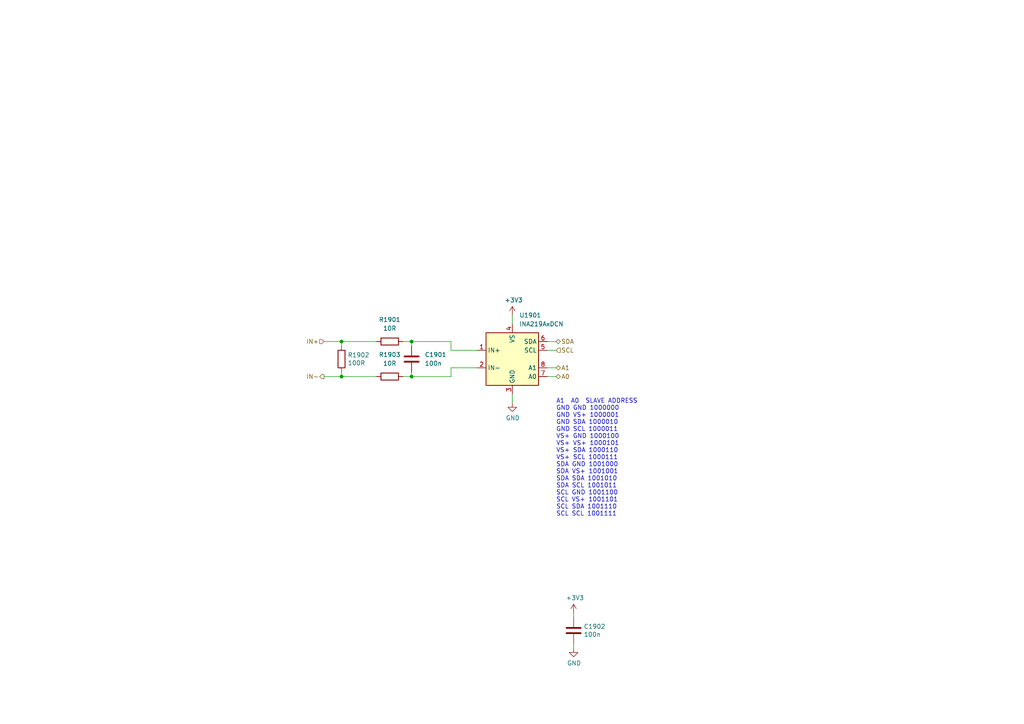
<source format=kicad_sch>
(kicad_sch (version 20211123) (generator eeschema)

  (uuid 76022fe6-5b24-47ba-aa44-d3f32e906027)

  (paper "A4")

  (lib_symbols
    (symbol "Analog_ADC:INA219AxDCN" (in_bom yes) (on_board yes)
      (property "Reference" "U" (id 0) (at -6.35 8.89 0)
        (effects (font (size 1.27 1.27)))
      )
      (property "Value" "INA219AxDCN" (id 1) (at 6.35 8.89 0)
        (effects (font (size 1.27 1.27)))
      )
      (property "Footprint" "Package_TO_SOT_SMD:SOT-23-8" (id 2) (at 16.51 -8.89 0)
        (effects (font (size 1.27 1.27)) hide)
      )
      (property "Datasheet" "http://www.ti.com/lit/ds/symlink/ina219.pdf" (id 3) (at 8.89 -2.54 0)
        (effects (font (size 1.27 1.27)) hide)
      )
      (property "ki_keywords" "ADC I2C 16-Bit Oversampling Current Shunt" (id 4) (at 0 0 0)
        (effects (font (size 1.27 1.27)) hide)
      )
      (property "ki_description" "Zero-Drift, Bidirectional Current/Power Monitor (0-26V) With I2C Interface, SOT-23-8" (id 5) (at 0 0 0)
        (effects (font (size 1.27 1.27)) hide)
      )
      (property "ki_fp_filters" "SOT?23*" (id 6) (at 0 0 0)
        (effects (font (size 1.27 1.27)) hide)
      )
      (symbol "INA219AxDCN_0_1"
        (rectangle (start -7.62 7.62) (end 7.62 -7.62)
          (stroke (width 0.254) (type default) (color 0 0 0 0))
          (fill (type background))
        )
      )
      (symbol "INA219AxDCN_1_1"
        (pin input line (at -10.16 2.54 0) (length 2.54)
          (name "IN+" (effects (font (size 1.27 1.27))))
          (number "1" (effects (font (size 1.27 1.27))))
        )
        (pin input line (at -10.16 -2.54 0) (length 2.54)
          (name "IN-" (effects (font (size 1.27 1.27))))
          (number "2" (effects (font (size 1.27 1.27))))
        )
        (pin power_in line (at 0 -10.16 90) (length 2.54)
          (name "GND" (effects (font (size 1.27 1.27))))
          (number "3" (effects (font (size 1.27 1.27))))
        )
        (pin power_in line (at 0 10.16 270) (length 2.54)
          (name "VS" (effects (font (size 1.27 1.27))))
          (number "4" (effects (font (size 1.27 1.27))))
        )
        (pin input line (at 10.16 2.54 180) (length 2.54)
          (name "SCL" (effects (font (size 1.27 1.27))))
          (number "5" (effects (font (size 1.27 1.27))))
        )
        (pin bidirectional line (at 10.16 5.08 180) (length 2.54)
          (name "SDA" (effects (font (size 1.27 1.27))))
          (number "6" (effects (font (size 1.27 1.27))))
        )
        (pin input line (at 10.16 -5.08 180) (length 2.54)
          (name "A0" (effects (font (size 1.27 1.27))))
          (number "7" (effects (font (size 1.27 1.27))))
        )
        (pin input line (at 10.16 -2.54 180) (length 2.54)
          (name "A1" (effects (font (size 1.27 1.27))))
          (number "8" (effects (font (size 1.27 1.27))))
        )
      )
    )
    (symbol "Device:C" (pin_numbers hide) (pin_names (offset 0.254)) (in_bom yes) (on_board yes)
      (property "Reference" "C" (id 0) (at 0.635 2.54 0)
        (effects (font (size 1.27 1.27)) (justify left))
      )
      (property "Value" "C" (id 1) (at 0.635 -2.54 0)
        (effects (font (size 1.27 1.27)) (justify left))
      )
      (property "Footprint" "" (id 2) (at 0.9652 -3.81 0)
        (effects (font (size 1.27 1.27)) hide)
      )
      (property "Datasheet" "~" (id 3) (at 0 0 0)
        (effects (font (size 1.27 1.27)) hide)
      )
      (property "ki_keywords" "cap capacitor" (id 4) (at 0 0 0)
        (effects (font (size 1.27 1.27)) hide)
      )
      (property "ki_description" "Unpolarized capacitor" (id 5) (at 0 0 0)
        (effects (font (size 1.27 1.27)) hide)
      )
      (property "ki_fp_filters" "C_*" (id 6) (at 0 0 0)
        (effects (font (size 1.27 1.27)) hide)
      )
      (symbol "C_0_1"
        (polyline
          (pts
            (xy -2.032 -0.762)
            (xy 2.032 -0.762)
          )
          (stroke (width 0.508) (type default) (color 0 0 0 0))
          (fill (type none))
        )
        (polyline
          (pts
            (xy -2.032 0.762)
            (xy 2.032 0.762)
          )
          (stroke (width 0.508) (type default) (color 0 0 0 0))
          (fill (type none))
        )
      )
      (symbol "C_1_1"
        (pin passive line (at 0 3.81 270) (length 2.794)
          (name "~" (effects (font (size 1.27 1.27))))
          (number "1" (effects (font (size 1.27 1.27))))
        )
        (pin passive line (at 0 -3.81 90) (length 2.794)
          (name "~" (effects (font (size 1.27 1.27))))
          (number "2" (effects (font (size 1.27 1.27))))
        )
      )
    )
    (symbol "Device:R" (pin_numbers hide) (pin_names (offset 0)) (in_bom yes) (on_board yes)
      (property "Reference" "R" (id 0) (at 2.032 0 90)
        (effects (font (size 1.27 1.27)))
      )
      (property "Value" "R" (id 1) (at 0 0 90)
        (effects (font (size 1.27 1.27)))
      )
      (property "Footprint" "" (id 2) (at -1.778 0 90)
        (effects (font (size 1.27 1.27)) hide)
      )
      (property "Datasheet" "~" (id 3) (at 0 0 0)
        (effects (font (size 1.27 1.27)) hide)
      )
      (property "ki_keywords" "R res resistor" (id 4) (at 0 0 0)
        (effects (font (size 1.27 1.27)) hide)
      )
      (property "ki_description" "Resistor" (id 5) (at 0 0 0)
        (effects (font (size 1.27 1.27)) hide)
      )
      (property "ki_fp_filters" "R_*" (id 6) (at 0 0 0)
        (effects (font (size 1.27 1.27)) hide)
      )
      (symbol "R_0_1"
        (rectangle (start -1.016 -2.54) (end 1.016 2.54)
          (stroke (width 0.254) (type default) (color 0 0 0 0))
          (fill (type none))
        )
      )
      (symbol "R_1_1"
        (pin passive line (at 0 3.81 270) (length 1.27)
          (name "~" (effects (font (size 1.27 1.27))))
          (number "1" (effects (font (size 1.27 1.27))))
        )
        (pin passive line (at 0 -3.81 90) (length 1.27)
          (name "~" (effects (font (size 1.27 1.27))))
          (number "2" (effects (font (size 1.27 1.27))))
        )
      )
    )
    (symbol "power:+3V3" (power) (pin_names (offset 0)) (in_bom yes) (on_board yes)
      (property "Reference" "#PWR" (id 0) (at 0 -3.81 0)
        (effects (font (size 1.27 1.27)) hide)
      )
      (property "Value" "+3V3" (id 1) (at 0 3.556 0)
        (effects (font (size 1.27 1.27)))
      )
      (property "Footprint" "" (id 2) (at 0 0 0)
        (effects (font (size 1.27 1.27)) hide)
      )
      (property "Datasheet" "" (id 3) (at 0 0 0)
        (effects (font (size 1.27 1.27)) hide)
      )
      (property "ki_keywords" "power-flag" (id 4) (at 0 0 0)
        (effects (font (size 1.27 1.27)) hide)
      )
      (property "ki_description" "Power symbol creates a global label with name \"+3V3\"" (id 5) (at 0 0 0)
        (effects (font (size 1.27 1.27)) hide)
      )
      (symbol "+3V3_0_1"
        (polyline
          (pts
            (xy -0.762 1.27)
            (xy 0 2.54)
          )
          (stroke (width 0) (type default) (color 0 0 0 0))
          (fill (type none))
        )
        (polyline
          (pts
            (xy 0 0)
            (xy 0 2.54)
          )
          (stroke (width 0) (type default) (color 0 0 0 0))
          (fill (type none))
        )
        (polyline
          (pts
            (xy 0 2.54)
            (xy 0.762 1.27)
          )
          (stroke (width 0) (type default) (color 0 0 0 0))
          (fill (type none))
        )
      )
      (symbol "+3V3_1_1"
        (pin power_in line (at 0 0 90) (length 0) hide
          (name "+3V3" (effects (font (size 1.27 1.27))))
          (number "1" (effects (font (size 1.27 1.27))))
        )
      )
    )
    (symbol "power:GND" (power) (pin_names (offset 0)) (in_bom yes) (on_board yes)
      (property "Reference" "#PWR" (id 0) (at 0 -6.35 0)
        (effects (font (size 1.27 1.27)) hide)
      )
      (property "Value" "GND" (id 1) (at 0 -3.81 0)
        (effects (font (size 1.27 1.27)))
      )
      (property "Footprint" "" (id 2) (at 0 0 0)
        (effects (font (size 1.27 1.27)) hide)
      )
      (property "Datasheet" "" (id 3) (at 0 0 0)
        (effects (font (size 1.27 1.27)) hide)
      )
      (property "ki_keywords" "power-flag" (id 4) (at 0 0 0)
        (effects (font (size 1.27 1.27)) hide)
      )
      (property "ki_description" "Power symbol creates a global label with name \"GND\" , ground" (id 5) (at 0 0 0)
        (effects (font (size 1.27 1.27)) hide)
      )
      (symbol "GND_0_1"
        (polyline
          (pts
            (xy 0 0)
            (xy 0 -1.27)
            (xy 1.27 -1.27)
            (xy 0 -2.54)
            (xy -1.27 -1.27)
            (xy 0 -1.27)
          )
          (stroke (width 0) (type default) (color 0 0 0 0))
          (fill (type none))
        )
      )
      (symbol "GND_1_1"
        (pin power_in line (at 0 0 270) (length 0) hide
          (name "GND" (effects (font (size 1.27 1.27))))
          (number "1" (effects (font (size 1.27 1.27))))
        )
      )
    )
  )

  (junction (at 99.06 99.06) (diameter 0) (color 0 0 0 0)
    (uuid 104f677b-b988-41b7-98b2-1f47c2482d06)
  )
  (junction (at 119.38 109.22) (diameter 0) (color 0 0 0 0)
    (uuid 33cff093-c6b9-4942-8aeb-d569411d210d)
  )
  (junction (at 119.38 99.06) (diameter 0) (color 0 0 0 0)
    (uuid 39333faa-607a-4f15-9ec0-9a4c0573bd5e)
  )
  (junction (at 99.06 109.22) (diameter 0) (color 0 0 0 0)
    (uuid e0e8896b-b2a0-47bc-b564-1eb41af586b6)
  )

  (wire (pts (xy 148.59 91.44) (xy 148.59 93.98))
    (stroke (width 0) (type default) (color 0 0 0 0))
    (uuid 05212aa1-fe65-4533-ba91-b0acea707856)
  )
  (wire (pts (xy 119.38 109.22) (xy 119.38 107.95))
    (stroke (width 0) (type default) (color 0 0 0 0))
    (uuid 144e3e25-a38a-4cdd-8da8-fa8a43ec7fba)
  )
  (wire (pts (xy 99.06 109.22) (xy 99.06 107.95))
    (stroke (width 0) (type default) (color 0 0 0 0))
    (uuid 20ecb4bc-cfcb-41cb-a0b8-add451e03feb)
  )
  (wire (pts (xy 99.06 99.06) (xy 99.06 100.33))
    (stroke (width 0) (type default) (color 0 0 0 0))
    (uuid 2161c5ac-d11b-45fe-940a-6fab3d5e5539)
  )
  (wire (pts (xy 158.75 99.06) (xy 161.29 99.06))
    (stroke (width 0) (type default) (color 0 0 0 0))
    (uuid 2fec6942-98b4-41ba-9926-f3de15dd8567)
  )
  (wire (pts (xy 166.37 179.07) (xy 166.37 177.8))
    (stroke (width 0) (type default) (color 0 0 0 0))
    (uuid 3e41993e-0a13-40d0-8ff3-ae62cfb97e44)
  )
  (wire (pts (xy 158.75 106.68) (xy 161.29 106.68))
    (stroke (width 0) (type default) (color 0 0 0 0))
    (uuid 41b5f99f-8294-46ab-b5d4-45bdfdef07d1)
  )
  (wire (pts (xy 158.75 109.22) (xy 161.29 109.22))
    (stroke (width 0) (type default) (color 0 0 0 0))
    (uuid 59678f5b-0f05-4d08-8f75-6be110ec52cc)
  )
  (wire (pts (xy 99.06 99.06) (xy 93.98 99.06))
    (stroke (width 0) (type default) (color 0 0 0 0))
    (uuid 64013992-e38b-41f9-b83b-2f1da1f1d625)
  )
  (wire (pts (xy 109.22 109.22) (xy 99.06 109.22))
    (stroke (width 0) (type default) (color 0 0 0 0))
    (uuid 67bcbbb4-1e93-4698-ada5-387076d41b89)
  )
  (wire (pts (xy 158.75 101.6) (xy 161.29 101.6))
    (stroke (width 0) (type default) (color 0 0 0 0))
    (uuid 7630f83a-9033-4085-837c-470be1188da0)
  )
  (wire (pts (xy 130.81 109.22) (xy 119.38 109.22))
    (stroke (width 0) (type default) (color 0 0 0 0))
    (uuid 77fbbb1b-15cd-480a-abd0-5aa60622ad0b)
  )
  (wire (pts (xy 130.81 101.6) (xy 130.81 99.06))
    (stroke (width 0) (type default) (color 0 0 0 0))
    (uuid 7e1fd201-4f56-451d-b4ce-901dd6415cbd)
  )
  (wire (pts (xy 130.81 106.68) (xy 130.81 109.22))
    (stroke (width 0) (type default) (color 0 0 0 0))
    (uuid 94edb99b-2ea0-4b01-8584-ed1a66dc3d65)
  )
  (wire (pts (xy 116.84 99.06) (xy 119.38 99.06))
    (stroke (width 0) (type default) (color 0 0 0 0))
    (uuid 95ec14b3-587f-4f2a-8a03-de0c4781818b)
  )
  (wire (pts (xy 130.81 99.06) (xy 119.38 99.06))
    (stroke (width 0) (type default) (color 0 0 0 0))
    (uuid 9ab58f8b-216c-4ac9-84a2-7f023b2f6598)
  )
  (wire (pts (xy 93.98 109.22) (xy 99.06 109.22))
    (stroke (width 0) (type default) (color 0 0 0 0))
    (uuid a8132ae6-a482-4667-8f02-8cdcb6eb9265)
  )
  (wire (pts (xy 119.38 99.06) (xy 119.38 100.33))
    (stroke (width 0) (type default) (color 0 0 0 0))
    (uuid ab1aec6d-7a6e-4d4b-b0de-a2c0b76b6e89)
  )
  (wire (pts (xy 116.84 109.22) (xy 119.38 109.22))
    (stroke (width 0) (type default) (color 0 0 0 0))
    (uuid b5644e95-7e28-4319-9f2c-df0e790dcc82)
  )
  (wire (pts (xy 166.37 186.69) (xy 166.37 187.96))
    (stroke (width 0) (type default) (color 0 0 0 0))
    (uuid bf8949af-e2f7-4f09-983b-2a6678924e56)
  )
  (wire (pts (xy 109.22 99.06) (xy 99.06 99.06))
    (stroke (width 0) (type default) (color 0 0 0 0))
    (uuid c9c6ce10-5dd3-4f9d-9afa-1c66e085ee55)
  )
  (wire (pts (xy 148.59 114.3) (xy 148.59 116.84))
    (stroke (width 0) (type default) (color 0 0 0 0))
    (uuid cfae878b-e0b1-4cd0-addc-83c922d41723)
  )
  (wire (pts (xy 138.43 106.68) (xy 130.81 106.68))
    (stroke (width 0) (type default) (color 0 0 0 0))
    (uuid d97611bf-7c80-498d-9347-d2fd0f24c79d)
  )
  (wire (pts (xy 138.43 101.6) (xy 130.81 101.6))
    (stroke (width 0) (type default) (color 0 0 0 0))
    (uuid dd9b3686-0078-4341-ac59-345bfa3cf040)
  )

  (text "A1  A0  SLAVE ADDRESS\nGND GND 1000000\nGND VS+ 1000001\nGND SDA 1000010\nGND SCL 1000011\nVS+ GND 1000100\nVS+ VS+ 1000101\nVS+ SDA 1000110\nVS+ SCL 1000111\nSDA GND 1001000\nSDA VS+ 1001001\nSDA SDA 1001010\nSDA SCL 1001011\nSCL GND 1001100\nSCL VS+ 1001101\nSCL SDA 1001110\nSCL SCL 1001111"
    (at 161.29 149.86 0)
    (effects (font (size 1.27 1.27)) (justify left bottom))
    (uuid 7fe26a53-517c-4e3b-9932-9b4e68e3aba0)
  )

  (hierarchical_label "A1" (shape bidirectional) (at 161.29 106.68 0)
    (effects (font (size 1.27 1.27)) (justify left))
    (uuid 67317c72-d1c8-4250-9b1d-ed7eb73664b1)
  )
  (hierarchical_label "SDA" (shape bidirectional) (at 161.29 99.06 0)
    (effects (font (size 1.27 1.27)) (justify left))
    (uuid 86e15295-7010-4f37-9e9a-91938d7a302d)
  )
  (hierarchical_label "IN+" (shape input) (at 93.98 99.06 180)
    (effects (font (size 1.27 1.27)) (justify right))
    (uuid b67d5d30-4b08-4b4f-ba87-167ec58e9f0b)
  )
  (hierarchical_label "SCL" (shape input) (at 161.29 101.6 0)
    (effects (font (size 1.27 1.27)) (justify left))
    (uuid e23f9af7-2fd4-4398-90ab-9b98d41b5095)
  )
  (hierarchical_label "A0" (shape bidirectional) (at 161.29 109.22 0)
    (effects (font (size 1.27 1.27)) (justify left))
    (uuid e54edf9b-8226-4713-a437-2ea0923442be)
  )
  (hierarchical_label "IN-" (shape output) (at 93.98 109.22 180)
    (effects (font (size 1.27 1.27)) (justify right))
    (uuid ea2a0d49-d201-4fe9-9c6a-aaa08f35d5e4)
  )

  (symbol (lib_id "Device:R") (at 99.06 104.14 0) (unit 1)
    (in_bom yes) (on_board yes)
    (uuid 198405b2-3786-4041-b35a-64b62db48b91)
    (property "Reference" "R1902" (id 0) (at 100.838 102.9716 0)
      (effects (font (size 1.27 1.27)) (justify left))
    )
    (property "Value" "100R" (id 1) (at 100.838 105.283 0)
      (effects (font (size 1.27 1.27)) (justify left))
    )
    (property "Footprint" "Resistor_SMD:R_2512_6332Metric" (id 2) (at 97.282 104.14 90)
      (effects (font (size 1.27 1.27)) hide)
    )
    (property "Datasheet" "~" (id 3) (at 99.06 104.14 0)
      (effects (font (size 1.27 1.27)) hide)
    )
    (pin "1" (uuid 59df60ac-1d15-45de-b353-e6ea65be44e3))
    (pin "2" (uuid 5111428a-7947-4644-8302-b08cbb703ba9))
  )

  (symbol (lib_id "power:+3V3") (at 166.37 177.8 0) (unit 1)
    (in_bom yes) (on_board yes)
    (uuid 896f2a36-e404-4139-8a51-4bc954009f92)
    (property "Reference" "#PWR01903" (id 0) (at 166.37 181.61 0)
      (effects (font (size 1.27 1.27)) hide)
    )
    (property "Value" "+3V3" (id 1) (at 166.751 173.4058 0))
    (property "Footprint" "" (id 2) (at 166.37 177.8 0)
      (effects (font (size 1.27 1.27)) hide)
    )
    (property "Datasheet" "" (id 3) (at 166.37 177.8 0)
      (effects (font (size 1.27 1.27)) hide)
    )
    (pin "1" (uuid 839cfc4a-7070-4ff9-9ded-813d0dae56c8))
  )

  (symbol (lib_id "power:GND") (at 166.37 187.96 0) (unit 1)
    (in_bom yes) (on_board yes)
    (uuid 9363768e-83ec-430d-8ec5-5edc47461327)
    (property "Reference" "#PWR01904" (id 0) (at 166.37 194.31 0)
      (effects (font (size 1.27 1.27)) hide)
    )
    (property "Value" "GND" (id 1) (at 166.497 192.3542 0))
    (property "Footprint" "" (id 2) (at 166.37 187.96 0)
      (effects (font (size 1.27 1.27)) hide)
    )
    (property "Datasheet" "" (id 3) (at 166.37 187.96 0)
      (effects (font (size 1.27 1.27)) hide)
    )
    (pin "1" (uuid 3360a987-af2e-4b38-a91c-2c054aebb203))
  )

  (symbol (lib_id "power:GND") (at 148.59 116.84 0) (unit 1)
    (in_bom yes) (on_board yes)
    (uuid a1e6746d-5d93-46e9-9a08-54debc3b3537)
    (property "Reference" "#PWR01902" (id 0) (at 148.59 123.19 0)
      (effects (font (size 1.27 1.27)) hide)
    )
    (property "Value" "GND" (id 1) (at 148.717 121.2342 0))
    (property "Footprint" "" (id 2) (at 148.59 116.84 0)
      (effects (font (size 1.27 1.27)) hide)
    )
    (property "Datasheet" "" (id 3) (at 148.59 116.84 0)
      (effects (font (size 1.27 1.27)) hide)
    )
    (pin "1" (uuid ef3faee5-73de-45ac-9221-28fcdfba2aaa))
  )

  (symbol (lib_id "Analog_ADC:INA219AxDCN") (at 148.59 104.14 0) (unit 1)
    (in_bom yes) (on_board yes) (fields_autoplaced)
    (uuid a940b5f3-fd20-4233-a505-cc99706f72c4)
    (property "Reference" "U1901" (id 0) (at 150.6094 91.44 0)
      (effects (font (size 1.27 1.27)) (justify left))
    )
    (property "Value" "INA219AxDCN" (id 1) (at 150.6094 93.98 0)
      (effects (font (size 1.27 1.27)) (justify left))
    )
    (property "Footprint" "Package_TO_SOT_SMD:SOT-23-8" (id 2) (at 165.1 113.03 0)
      (effects (font (size 1.27 1.27)) hide)
    )
    (property "Datasheet" "http://www.ti.com/lit/ds/symlink/ina219.pdf" (id 3) (at 157.48 106.68 0)
      (effects (font (size 1.27 1.27)) hide)
    )
    (pin "1" (uuid 8f99a349-6bd0-4d0d-83ad-3fba58049c1b))
    (pin "2" (uuid 22dd3e6f-65f7-4e4a-9dc7-6106b7b1aaa9))
    (pin "3" (uuid ea3b19e6-4329-45dc-b936-350ec82844c2))
    (pin "4" (uuid 4e68ecab-9ce9-441d-b31d-0360b6111c5b))
    (pin "5" (uuid 6de85e32-7d79-4f01-97b8-006fabe0816a))
    (pin "6" (uuid 89997b3f-d120-40a5-9256-d014f99689c8))
    (pin "7" (uuid 5eb18ba7-0b45-4fa8-9619-b84ef2a07b58))
    (pin "8" (uuid 8862be8b-e4e3-4e43-925f-31799ce3e750))
  )

  (symbol (lib_id "Device:C") (at 166.37 182.88 0) (unit 1)
    (in_bom yes) (on_board yes)
    (uuid b138a11e-912c-4302-843e-d89c34b6f120)
    (property "Reference" "C1902" (id 0) (at 169.291 181.7116 0)
      (effects (font (size 1.27 1.27)) (justify left))
    )
    (property "Value" "100n" (id 1) (at 169.291 184.023 0)
      (effects (font (size 1.27 1.27)) (justify left))
    )
    (property "Footprint" "Capacitor_SMD:C_0603_1608Metric" (id 2) (at 167.3352 186.69 0)
      (effects (font (size 1.27 1.27)) hide)
    )
    (property "Datasheet" "~" (id 3) (at 166.37 182.88 0)
      (effects (font (size 1.27 1.27)) hide)
    )
    (pin "1" (uuid 181617e1-ba7d-4993-b837-bd7ffa6db805))
    (pin "2" (uuid a3d6d02c-df43-4cf1-8677-d29383fcf186))
  )

  (symbol (lib_id "Device:C") (at 119.38 104.14 0) (unit 1)
    (in_bom yes) (on_board yes) (fields_autoplaced)
    (uuid b305ba66-8848-4e4f-9c6e-cd7e8f4389bc)
    (property "Reference" "C1901" (id 0) (at 123.19 102.8699 0)
      (effects (font (size 1.27 1.27)) (justify left))
    )
    (property "Value" "100n" (id 1) (at 123.19 105.4099 0)
      (effects (font (size 1.27 1.27)) (justify left))
    )
    (property "Footprint" "Capacitor_SMD:C_0603_1608Metric" (id 2) (at 120.3452 107.95 0)
      (effects (font (size 1.27 1.27)) hide)
    )
    (property "Datasheet" "~" (id 3) (at 119.38 104.14 0)
      (effects (font (size 1.27 1.27)) hide)
    )
    (pin "1" (uuid 24c739c3-c50e-42c5-89f6-747cba0ac224))
    (pin "2" (uuid c6574a9b-6860-477e-a378-eda9e04251c2))
  )

  (symbol (lib_id "Device:R") (at 113.03 109.22 90) (unit 1)
    (in_bom yes) (on_board yes) (fields_autoplaced)
    (uuid cbcdbd74-033c-453d-bdd0-78c16a9c7552)
    (property "Reference" "R1903" (id 0) (at 113.03 102.87 90))
    (property "Value" "10R" (id 1) (at 113.03 105.41 90))
    (property "Footprint" "Resistor_SMD:R_0603_1608Metric" (id 2) (at 113.03 110.998 90)
      (effects (font (size 1.27 1.27)) hide)
    )
    (property "Datasheet" "~" (id 3) (at 113.03 109.22 0)
      (effects (font (size 1.27 1.27)) hide)
    )
    (pin "1" (uuid cc117822-4dc2-4863-aac1-945ae6093fc3))
    (pin "2" (uuid 870bc29c-e432-416d-8303-3437aee29dd0))
  )

  (symbol (lib_id "power:+3V3") (at 148.59 91.44 0) (unit 1)
    (in_bom yes) (on_board yes)
    (uuid d6a0b9a5-6e13-4f9a-9758-e250510e7869)
    (property "Reference" "#PWR01901" (id 0) (at 148.59 95.25 0)
      (effects (font (size 1.27 1.27)) hide)
    )
    (property "Value" "+3V3" (id 1) (at 148.971 87.0458 0))
    (property "Footprint" "" (id 2) (at 148.59 91.44 0)
      (effects (font (size 1.27 1.27)) hide)
    )
    (property "Datasheet" "" (id 3) (at 148.59 91.44 0)
      (effects (font (size 1.27 1.27)) hide)
    )
    (pin "1" (uuid 6b2627d4-5f4a-4048-8263-3fc729e0bc60))
  )

  (symbol (lib_id "Device:R") (at 113.03 99.06 90) (unit 1)
    (in_bom yes) (on_board yes) (fields_autoplaced)
    (uuid e2bd4430-b323-442c-bc7f-c00ed864c5e4)
    (property "Reference" "R1901" (id 0) (at 113.03 92.71 90))
    (property "Value" "10R" (id 1) (at 113.03 95.25 90))
    (property "Footprint" "Resistor_SMD:R_0603_1608Metric" (id 2) (at 113.03 100.838 90)
      (effects (font (size 1.27 1.27)) hide)
    )
    (property "Datasheet" "~" (id 3) (at 113.03 99.06 0)
      (effects (font (size 1.27 1.27)) hide)
    )
    (pin "1" (uuid ca073b94-0e3f-446d-9c9b-39819d3f4ae4))
    (pin "2" (uuid a2c6a3b1-91d4-40f7-9e60-eae95359afdc))
  )
)

</source>
